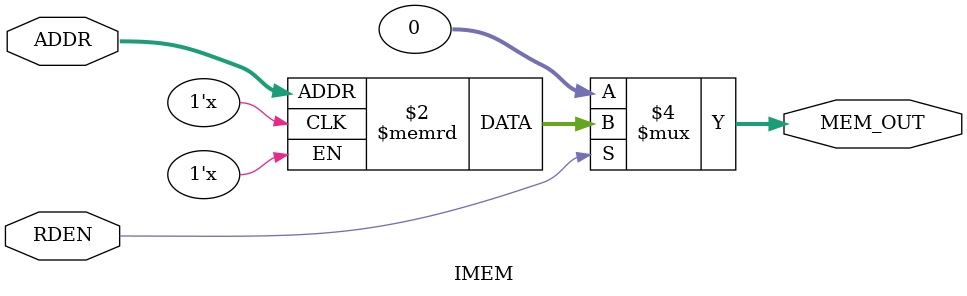
<source format=sv>
`timescale 1ns / 1ps


module IMEM #(
    parameter ADDR_DEPTH = 14
) (
    input RDEN,
    input [ADDR_DEPTH-1:0] ADDR,
    output logic [31:0] MEM_OUT
);

  (* rom_style = "{distributed | block}" *)
  (* rom_decomp = "power" *) logic [31:0] rom_64kb[0:2**ADDR_DEPTH-1];


  always_comb begin
    if (RDEN) begin
      MEM_OUT = rom_64kb[ADDR];
    end else begin
      MEM_OUT = 'b0;
    end
  end

endmodule


</source>
